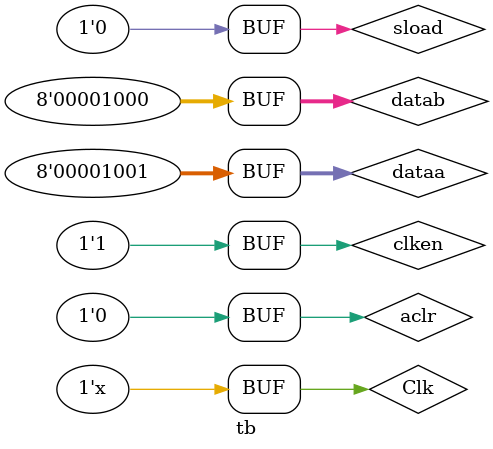
<source format=v>
module tb;

    // reg
	reg [7:0] dataa;
	reg [7:0] datab;
	reg Clk, aclr, clken, sload;
    // Outputs
    wire [15:0] adder_out;


    // Instantiate the Unit Under Test (UUT)
    unsig_altmult_accum uut (
        .dataa(dataa), 
        .datab(datab), 
        .Clk(Clk),
	.aclr(aclr),
	.clken(clken),
	.sload(sload),
	.adder_out(adder_out)
);

    //Generate a clock with 10 ns clock period.
    initial begin
	Clk = 0;
	aclr=1;
	clken =1;
	sload =1;
end

    always #50 Clk =~Clk;

//Initialize and apply the inputs.
    initial begin
          #200;
	  aclr=0;
	
	  sload =0;
	  dataa = 0;
          datab = 0; #100;
	  dataa = 1;
          datab = 1; #100;
	  dataa = 1;
          datab = 10; #100;
	  dataa = 10;
          datab = 1; #100;
	  dataa = 9;
          datab = 8; #100;
    end
      
endmodule

</source>
